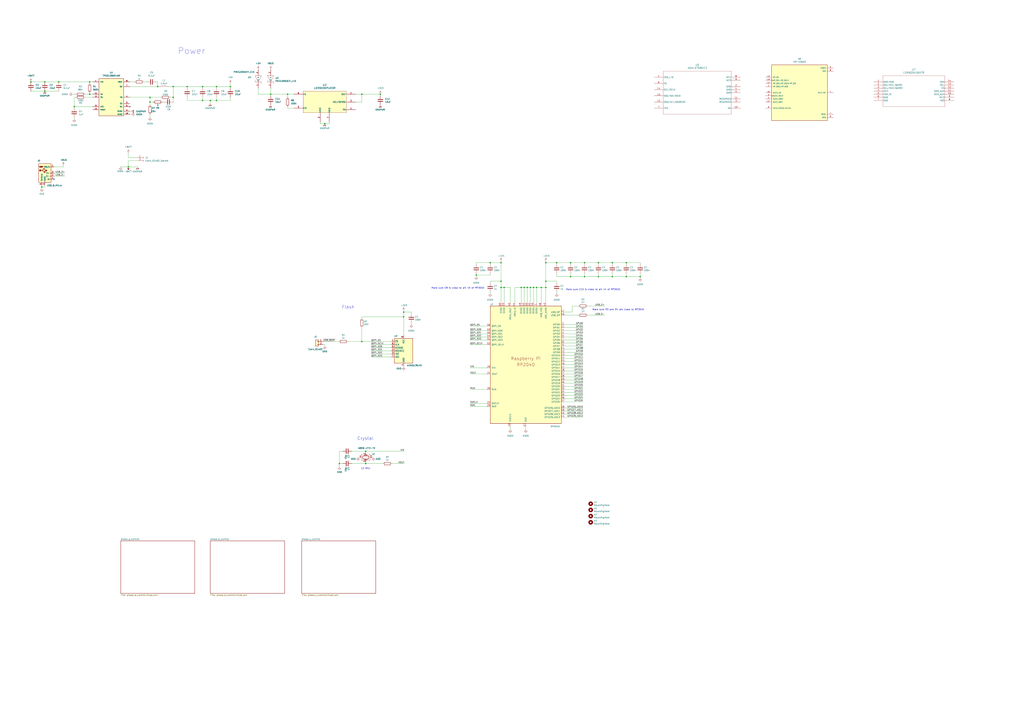
<source format=kicad_sch>
(kicad_sch (version 20231120) (generator "eeschema") (generator_version "8.0")
  (paper "A1")
  (title_block (title "Active Drag System") (company "Rocketry at Virginia Tech"))
  (junction (at 435.61 236.22))
  (junction (at 433.07 236.22))
  (junction (at 331.47 260.35))
  (junction (at 411.48 231.14))
  (junction (at 448.31 231.14))
  (junction (at 402.59 215.9))
  (junction (at 266.7 101.6))
  (junction (at 278.765 381))
  (junction (at 177.8 82.55))
  (junction (at 457.2 215.9))
  (junction (at 480.06 227.33))
  (junction (at 491.49 215.9))
  (junction (at 300.355 370.84))
  (junction (at 480.06 215.9))
  (junction (at 411.48 236.22))
  (junction (at 142.24 71.12))
  (junction (at 414.02 236.22))
  (junction (at 438.15 236.22))
  (junction (at 391.16 226.06))
  (junction (at 123.19 80.01))
  (junction (at 514.35 215.9))
  (junction (at 172.72 82.55))
  (junction (at 525.78 227.33))
  (junction (at 123.19 83.82))
  (junction (at 300.355 381))
  (junction (at 36.83 67.31))
  (junction (at 491.49 227.33))
  (junction (at 129.54 71.12))
  (junction (at 36.83 74.93))
  (junction (at 153.67 71.12))
  (junction (at 166.37 82.55))
  (junction (at 331.47 256.54))
  (junction (at 48.26 67.31))
  (junction (at 236.22 77.47))
  (junction (at 25.4 67.31))
  (junction (at 73.66 67.31))
  (junction (at 34.29 153.67))
  (junction (at 189.23 71.12))
  (junction (at 411.48 215.9))
  (junction (at 222.25 77.47))
  (junction (at 468.63 227.33))
  (junction (at 502.92 227.33))
  (junction (at 73.66 77.47))
  (junction (at 142.24 80.01))
  (junction (at 297.18 77.47))
  (junction (at 166.37 71.12))
  (junction (at 177.8 71.12))
  (junction (at 440.69 236.22))
  (junction (at 448.31 236.22))
  (junction (at 297.18 280.67))
  (junction (at 312.42 77.47))
  (junction (at 60.96 87.63))
  (junction (at 430.53 236.22))
  (junction (at 448.31 215.9))
  (junction (at 427.99 236.22))
  (junction (at 105.41 137.16))
  (junction (at 502.92 215.9))
  (junction (at 514.35 227.33))
  (junction (at 444.5 236.22))
  (junction (at 468.63 215.9))
  (no_connect (at 44.45 147.32))
  (wire (pts (xy 129.54 71.12) (xy 129.54 67.31)))
  (wire (pts (xy 411.48 236.22) (xy 411.48 248.92)))
  (wire (pts (xy 463.55 292.1) (xy 478.79 292.1)))
  (wire (pts (xy 123.19 93.98) (xy 123.19 96.52)))
  (wire (pts (xy 391.16 226.06) (xy 402.59 226.06)))
  (wire (pts (xy 469.9 251.46) (xy 469.9 256.54)))
  (wire (pts (xy 236.22 77.47) (xy 222.25 77.47)))
  (wire (pts (xy 480.06 215.9) (xy 491.49 215.9)))
  (wire (pts (xy 177.8 72.39) (xy 177.8 71.12)))
  (wire (pts (xy 440.69 236.22) (xy 444.5 236.22)))
  (wire (pts (xy 321.31 293.37) (xy 304.8 293.37)))
  (wire (pts (xy 138.43 71.12) (xy 142.24 71.12)))
  (wire (pts (xy 480.06 217.17) (xy 480.06 215.9)))
  (wire (pts (xy 411.48 214.63) (xy 411.48 215.9)))
  (wire (pts (xy 463.55 304.8) (xy 478.79 304.8)))
  (wire (pts (xy 73.66 77.47) (xy 76.2 77.47)))
  (wire (pts (xy 59.69 77.47) (xy 62.23 77.47)))
  (wire (pts (xy 123.19 80.01) (xy 123.19 83.82)))
  (wire (pts (xy 125.73 83.82) (xy 123.19 83.82)))
  (wire (pts (xy 48.26 67.31) (xy 73.66 67.31)))
  (wire (pts (xy 189.23 80.01) (xy 189.23 82.55)))
  (wire (pts (xy 331.47 256.54) (xy 331.47 260.35)))
  (wire (pts (xy 153.67 72.39) (xy 153.67 71.12)))
  (wire (pts (xy 99.06 137.16) (xy 105.41 137.16)))
  (wire (pts (xy 463.55 330.2) (xy 478.79 330.2)))
  (wire (pts (xy 297.18 77.47) (xy 297.18 83.82)))
  (wire (pts (xy 427.99 236.22) (xy 430.53 236.22)))
  (wire (pts (xy 463.55 325.12) (xy 478.79 325.12)))
  (wire (pts (xy 52.07 135.89) (xy 52.07 137.16)))
  (wire (pts (xy 463.55 259.08) (xy 474.98 259.08)))
  (wire (pts (xy 262.89 100.33) (xy 262.89 101.6)))
  (wire (pts (xy 463.55 266.7) (xy 478.79 266.7)))
  (wire (pts (xy 105.41 125.73) (xy 105.41 129.54)))
  (wire (pts (xy 304.8 283.21) (xy 321.31 283.21)))
  (wire (pts (xy 331.47 255.27) (xy 331.47 256.54)))
  (wire (pts (xy 482.6 251.46) (xy 496.57 251.46)))
  (wire (pts (xy 419.1 248.92) (xy 419.1 236.22)))
  (wire (pts (xy 105.41 137.16) (xy 113.03 137.16)))
  (wire (pts (xy 480.06 224.79) (xy 480.06 227.33)))
  (wire (pts (xy 463.55 271.78) (xy 478.79 271.78)))
  (wire (pts (xy 411.48 231.14) (xy 411.48 236.22)))
  (wire (pts (xy 294.005 375.92) (xy 295.275 375.92)))
  (wire (pts (xy 142.24 71.12) (xy 153.67 71.12)))
  (wire (pts (xy 422.91 236.22) (xy 427.99 236.22)))
  (wire (pts (xy 391.16 215.9) (xy 402.59 215.9)))
  (wire (pts (xy 106.68 71.12) (xy 129.54 71.12)))
  (wire (pts (xy 463.55 340.36) (xy 478.79 340.36)))
  (wire (pts (xy 297.18 269.24) (xy 297.18 280.67)))
  (wire (pts (xy 391.16 224.79) (xy 391.16 226.06)))
  (wire (pts (xy 189.23 82.55) (xy 177.8 82.55)))
  (wire (pts (xy 106.68 67.31) (xy 110.49 67.31)))
  (wire (pts (xy 305.435 375.92) (xy 306.705 375.92)))
  (wire (pts (xy 142.24 71.12) (xy 142.24 80.01)))
  (wire (pts (xy 386.08 279.4) (xy 400.05 279.4)))
  (wire (pts (xy 288.925 370.84) (xy 300.355 370.84)))
  (wire (pts (xy 270.51 101.6) (xy 270.51 100.33)))
  (wire (pts (xy 292.1 83.82) (xy 297.18 83.82)))
  (wire (pts (xy 448.31 236.22) (xy 448.31 248.92)))
  (wire (pts (xy 402.59 215.9) (xy 411.48 215.9)))
  (wire (pts (xy 278.13 280.67) (xy 265.43 280.67)))
  (wire (pts (xy 448.31 231.14) (xy 457.2 231.14)))
  (wire (pts (xy 177.8 71.12) (xy 166.37 71.12)))
  (wire (pts (xy 331.47 301.625) (xy 331.47 300.99)))
  (wire (pts (xy 433.07 248.92) (xy 433.07 236.22)))
  (wire (pts (xy 73.66 67.31) (xy 76.2 67.31)))
  (wire (pts (xy 44.45 142.24) (xy 53.34 142.24)))
  (wire (pts (xy 411.48 215.9) (xy 411.48 231.14)))
  (wire (pts (xy 133.35 83.82) (xy 134.62 83.82)))
  (wire (pts (xy 444.5 236.22) (xy 448.31 236.22)))
  (wire (pts (xy 386.08 274.32) (xy 400.05 274.32)))
  (wire (pts (xy 400.05 320.04) (xy 386.08 320.04)))
  (wire (pts (xy 502.92 217.17) (xy 502.92 215.9)))
  (wire (pts (xy 222.25 77.47) (xy 222.25 78.74)))
  (wire (pts (xy 106.68 93.98) (xy 107.95 93.98)))
  (wire (pts (xy 430.53 236.22) (xy 433.07 236.22)))
  (wire (pts (xy 321.31 288.29) (xy 304.8 288.29)))
  (wire (pts (xy 457.2 217.17) (xy 457.2 215.9)))
  (wire (pts (xy 448.31 215.9) (xy 457.2 215.9)))
  (wire (pts (xy 337.82 256.54) (xy 331.47 256.54)))
  (wire (pts (xy 440.69 236.22) (xy 440.69 248.92)))
  (wire (pts (xy 430.53 248.92) (xy 430.53 236.22)))
  (wire (pts (xy 36.83 152.4) (xy 36.83 153.67)))
  (wire (pts (xy 300.355 379.73) (xy 300.355 381)))
  (wire (pts (xy 278.765 381) (xy 278.765 383.54)))
  (wire (pts (xy 73.66 76.2) (xy 73.66 77.47)))
  (wire (pts (xy 463.55 256.54) (xy 469.9 256.54)))
  (wire (pts (xy 25.4 67.31) (xy 36.83 67.31)))
  (wire (pts (xy 241.3 77.47) (xy 236.22 77.47)))
  (wire (pts (xy 172.72 82.55) (xy 172.72 85.09)))
  (wire (pts (xy 448.31 215.9) (xy 448.31 231.14)))
  (wire (pts (xy 400.05 307.34) (xy 386.08 307.34)))
  (wire (pts (xy 400.05 267.97) (xy 386.08 267.97)))
  (wire (pts (xy 502.92 215.9) (xy 514.35 215.9)))
  (wire (pts (xy 525.78 224.79) (xy 525.78 227.33)))
  (wire (pts (xy 321.945 381) (xy 332.105 381)))
  (wire (pts (xy 113.03 132.08) (xy 105.41 132.08)))
  (wire (pts (xy 463.55 302.26) (xy 478.79 302.26)))
  (wire (pts (xy 463.55 281.94) (xy 478.79 281.94)))
  (wire (pts (xy 402.59 226.06) (xy 402.59 224.79)))
  (wire (pts (xy 129.54 71.12) (xy 130.81 71.12)))
  (wire (pts (xy 468.63 217.17) (xy 468.63 215.9)))
  (wire (pts (xy 468.63 227.33) (xy 457.2 227.33)))
  (wire (pts (xy 463.55 335.28) (xy 478.79 335.28)))
  (wire (pts (xy 166.37 82.55) (xy 166.37 80.01)))
  (wire (pts (xy 448.31 231.14) (xy 448.31 236.22)))
  (wire (pts (xy 448.31 214.63) (xy 448.31 215.9)))
  (wire (pts (xy 312.42 77.47) (xy 312.42 78.74)))
  (wire (pts (xy 463.55 284.48) (xy 478.79 284.48)))
  (wire (pts (xy 402.59 232.41) (xy 402.59 231.14)))
  (wire (pts (xy 321.31 290.83) (xy 304.8 290.83)))
  (wire (pts (xy 265.43 283.21) (xy 266.7 283.21)))
  (wire (pts (xy 468.63 215.9) (xy 480.06 215.9)))
  (wire (pts (xy 285.75 280.67) (xy 297.18 280.67)))
  (wire (pts (xy 34.29 152.4) (xy 34.29 153.67)))
  (wire (pts (xy 463.55 342.9) (xy 478.79 342.9)))
  (wire (pts (xy 468.63 224.79) (xy 468.63 227.33)))
  (wire (pts (xy 414.02 248.92) (xy 414.02 236.22)))
  (wire (pts (xy 514.35 227.33) (xy 525.78 227.33)))
  (wire (pts (xy 189.23 72.39) (xy 189.23 71.12)))
  (wire (pts (xy 36.83 153.67) (xy 34.29 153.67)))
  (wire (pts (xy 113.03 129.54) (xy 105.41 129.54)))
  (wire (pts (xy 502.92 224.79) (xy 502.92 227.33)))
  (wire (pts (xy 153.67 82.55) (xy 166.37 82.55)))
  (wire (pts (xy 123.19 83.82) (xy 123.19 86.36)))
  (wire (pts (xy 457.2 215.9) (xy 468.63 215.9)))
  (wire (pts (xy 212.09 72.39) (xy 212.09 77.47)))
  (wire (pts (xy 457.2 240.03) (xy 457.2 241.3)))
  (wire (pts (xy 297.18 77.47) (xy 312.42 77.47)))
  (wire (pts (xy 463.55 287.02) (xy 478.79 287.02)))
  (wire (pts (xy 292.1 77.47) (xy 297.18 77.47)))
  (wire (pts (xy 438.15 248.92) (xy 438.15 236.22)))
  (wire (pts (xy 106.68 91.44) (xy 107.95 91.44)))
  (wire (pts (xy 288.925 381) (xy 300.355 381)))
  (wire (pts (xy 281.305 381) (xy 278.765 381)))
  (wire (pts (xy 73.66 67.31) (xy 73.66 68.58)))
  (wire (pts (xy 36.83 74.93) (xy 48.26 74.93)))
  (wire (pts (xy 300.355 381) (xy 314.325 381)))
  (wire (pts (xy 177.8 80.01) (xy 177.8 82.55)))
  (wire (pts (xy 463.55 274.32) (xy 478.79 274.32)))
  (wire (pts (xy 153.67 80.01) (xy 153.67 82.55)))
  (wire (pts (xy 60.96 96.52) (xy 60.96 97.79)))
  (wire (pts (xy 525.78 217.17) (xy 525.78 215.9)))
  (wire (pts (xy 400.05 334.01) (xy 386.08 334.01)))
  (wire (pts (xy 433.07 236.22) (xy 435.61 236.22)))
  (wire (pts (xy 525.78 227.33) (xy 525.78 228.6)))
  (wire (pts (xy 60.96 80.01) (xy 60.96 87.63)))
  (wire (pts (xy 463.55 312.42) (xy 478.79 312.42)))
  (wire (pts (xy 400.05 283.21) (xy 386.08 283.21)))
  (wire (pts (xy 431.8 350.52) (xy 431.8 353.06)))
  (wire (pts (xy 62.23 80.01) (xy 60.96 80.01)))
  (wire (pts (xy 153.67 71.12) (xy 166.37 71.12)))
  (wire (pts (xy 402.59 231.14) (xy 411.48 231.14)))
  (wire (pts (xy 463.55 309.88) (xy 478.79 309.88)))
  (wire (pts (xy 321.31 285.75) (xy 304.8 285.75)))
  (wire (pts (xy 480.06 227.33) (xy 468.63 227.33)))
  (wire (pts (xy 69.85 80.01) (xy 76.2 80.01)))
  (wire (pts (xy 177.8 82.55) (xy 172.72 82.55)))
  (wire (pts (xy 457.2 224.79) (xy 457.2 227.33)))
  (wire (pts (xy 419.1 350.52) (xy 419.1 353.06)))
  (wire (pts (xy 236.22 87.63) (xy 236.22 88.9)))
  (wire (pts (xy 463.55 314.96) (xy 478.79 314.96)))
  (wire (pts (xy 281.305 370.84) (xy 278.765 370.84)))
  (wire (pts (xy 463.55 294.64) (xy 478.79 294.64)))
  (wire (pts (xy 463.55 320.04) (xy 478.79 320.04)))
  (wire (pts (xy 414.02 236.22) (xy 411.48 236.22)))
  (wire (pts (xy 266.7 101.6) (xy 270.51 101.6)))
  (wire (pts (xy 60.96 87.63) (xy 60.96 88.9)))
  (wire (pts (xy 482.6 259.08) (xy 496.57 259.08)))
  (wire (pts (xy 463.55 299.72) (xy 478.79 299.72)))
  (wire (pts (xy 514.35 227.33) (xy 502.92 227.33)))
  (wire (pts (xy 278.765 370.84) (xy 278.765 381)))
  (wire (pts (xy 222.25 72.39) (xy 222.25 77.47)))
  (wire (pts (xy 300.355 372.11) (xy 300.355 370.84)))
  (wire (pts (xy 386.08 271.78) (xy 400.05 271.78)))
  (wire (pts (xy 105.41 132.08) (xy 105.41 137.16)))
  (wire (pts (xy 189.23 68.58) (xy 189.23 71.12)))
  (wire (pts (xy 435.61 236.22) (xy 438.15 236.22)))
  (wire (pts (xy 463.55 289.56) (xy 478.79 289.56)))
  (wire (pts (xy 212.09 77.47) (xy 222.25 77.47)))
  (wire (pts (xy 463.55 307.34) (xy 478.79 307.34)))
  (wire (pts (xy 69.85 77.47) (xy 73.66 77.47)))
  (wire (pts (xy 391.16 217.17) (xy 391.16 215.9)))
  (wire (pts (xy 469.9 251.46) (xy 474.98 251.46)))
  (wire (pts (xy 337.82 265.43) (xy 337.82 266.7)))
  (wire (pts (xy 391.16 226.06) (xy 391.16 227.33)))
  (wire (pts (xy 514.35 224.79) (xy 514.35 227.33)))
  (wire (pts (xy 386.08 302.26) (xy 400.05 302.26)))
  (wire (pts (xy 463.55 297.18) (xy 478.79 297.18)))
  (wire (pts (xy 491.49 215.9) (xy 502.92 215.9)))
  (wire (pts (xy 172.72 82.55) (xy 166.37 82.55)))
  (wire (pts (xy 457.2 232.41) (xy 457.2 231.14)))
  (wire (pts (xy 25.4 74.93) (xy 36.83 74.93)))
  (wire (pts (xy 386.08 276.86) (xy 400.05 276.86)))
  (wire (pts (xy 36.83 67.31) (xy 48.26 67.31)))
  (wire (pts (xy 463.55 279.4) (xy 478.79 279.4)))
  (wire (pts (xy 463.55 322.58) (xy 478.79 322.58)))
  (wire (pts (xy 463.55 269.24) (xy 478.79 269.24)))
  (wire (pts (xy 491.49 227.33) (xy 480.06 227.33)))
  (wire (pts (xy 139.7 80.01) (xy 142.24 80.01)))
  (wire (pts (xy 177.8 71.12) (xy 189.23 71.12)))
  (wire (pts (xy 337.82 257.81) (xy 337.82 256.54)))
  (wire (pts (xy 236.22 77.47) (xy 236.22 80.01)))
  (wire (pts (xy 502.92 227.33) (xy 491.49 227.33)))
  (wire (pts (xy 123.19 80.01) (xy 132.08 80.01)))
  (wire (pts (xy 438.15 236.22) (xy 440.69 236.22)))
  (wire (pts (xy 297.18 280.67) (xy 321.31 280.67)))
  (wire (pts (xy 129.54 67.31) (xy 128.27 67.31)))
  (wire (pts (xy 427.99 248.92) (xy 427.99 236.22)))
  (wire (pts (xy 44.45 137.16) (xy 52.07 137.16)))
  (wire (pts (xy 142.24 80.01) (xy 142.24 83.82)))
  (wire (pts (xy 118.11 67.31) (xy 120.65 67.31)))
  (wire (pts (xy 435.61 248.92) (xy 435.61 236.22)))
  (wire (pts (xy 402.59 217.17) (xy 402.59 215.9)))
  (wire (pts (xy 419.1 236.22) (xy 414.02 236.22)))
  (wire (pts (xy 106.68 80.01) (xy 123.19 80.01)))
  (wire (pts (xy 514.35 215.9) (xy 525.78 215.9)))
  (wire (pts (xy 262.89 101.6) (xy 266.7 101.6)))
  (wire (pts (xy 514.35 217.17) (xy 514.35 215.9)))
  (wire (pts (xy 491.49 224.79) (xy 491.49 227.33)))
  (wire (pts (xy 463.55 317.5) (xy 478.79 317.5)))
  (wire (pts (xy 463.55 327.66) (xy 478.79 327.66)))
  (wire (pts (xy 444.5 248.92) (xy 444.5 236.22)))
  (wire (pts (xy 491.49 217.17) (xy 491.49 215.9)))
  (wire (pts (xy 400.05 331.47) (xy 386.08 331.47)))
  (wire (pts (xy 166.37 71.12) (xy 166.37 72.39)))
  (wire (pts (xy 422.91 248.92) (xy 422.91 236.22)))
  (wire (pts (xy 402.59 240.03) (xy 402.59 241.3)))
  (wire (pts (xy 241.3 88.9) (xy 236.22 88.9)))
  (wire (pts (xy 34.29 153.67) (xy 34.29 154.94)))
  (wire (pts (xy 297.18 261.62) (xy 297.18 260.35)))
  (wire (pts (xy 60.96 87.63) (xy 76.2 87.63)))
  (wire (pts (xy 297.18 260.35) (xy 331.47 260.35)))
  (wire (pts (xy 463.55 337.82) (xy 478.79 337.82)))
  (wire (pts (xy 463.55 276.86) (xy 478.79 276.86)))
  (wire (pts (xy 44.45 144.78) (xy 53.34 144.78)))
  (wire (pts (xy 266.7 283.21) (xy 266.7 284.48)))
  (wire (pts (xy 331.47 260.35) (xy 331.47 275.59)))
  (wire (pts (xy 300.355 370.84) (xy 332.105 370.84)))
  (text "Power" (at 146.05 44.958 0) (effects (font (size 5.08 5.08)) (justify left bottom)))
  (text "Crystal" (at 293.37 361.95 0) (effects (font (size 2.54 2.54)) (justify left bottom)))
  (text "Make sure C8 is close to pin 45 of RP2040" (at 354.33 237.49 0) (effects (font (size 1.27 1.27)) (justify left bottom)))
  (text "Make sure C10 is close to pin 44 of RP2040" (at 464.82 238.76 0) (effects (font (size 1.27 1.27)) (justify left bottom)))
  (text "Make sure R3 and R4 are close to RP2040" (at 486.41 255.27 0) (effects (font (size 1.27 1.27)) (justify left bottom)))
  (text "12 MHz" (at 300.228 385.064 0) (effects (font (size 1.27 1.27))))
  (text "Flash" (at 280.67 254 0) (effects (font (size 2.54 2.54)) (justify left bottom)))
  (label "XOUT" (at 332.105 381 180))
  (label "USB_D-" (at 53.34 144.78 180))
  (label "QSPI_SS" (at 304.8 280.67 0))
  (label "QSPI_SD3" (at 304.8 293.37 0))
  (label "QSPI_SD2" (at 386.08 276.86 0))
  (label "USB_D-" (at 496.57 259.08 180))
  (label "GPIO4" (at 478.79 276.86 180))
  (label "RUN" (at 386.08 320.04 0))
  (label "XOUT" (at 386.08 307.34 0))
  (label "GPIO29_ADC3" (at 478.79 342.9 180))
  (label "QSPI_SD1" (at 386.08 274.32 0))
  (label "GPIO13" (at 478.79 299.72 180))
  (label "GPIO6" (at 478.79 281.94 180))
  (label "USB_D+" (at 496.57 251.46 180))
  (label "SWD" (at 386.08 334.01 0))
  (label "GPIO20" (at 478.79 317.5 180))
  (label "QSPI_SD1" (at 304.8 288.29 0))
  (label "QSPI_SD3" (at 386.08 279.4 0))
  (label "GPIO18" (at 478.79 312.42 180))
  (label "GPIO25" (at 478.79 330.2 180))
  (label "GPIO0" (at 478.79 266.7 180))
  (label "GPIO21" (at 478.79 320.04 180))
  (label "GPIO11" (at 478.79 294.64 180))
  (label "GPIO27_ADC1" (at 478.79 337.82 180))
  (label "GPIO1" (at 478.79 269.24 180))
  (label "XIN" (at 332.105 370.84 180))
  (label "USB_D+" (at 53.34 142.24 180))
  (label "GPIO14" (at 478.79 302.26 180))
  (label "GPIO3" (at 478.79 274.32 180))
  (label "GPIO10" (at 478.79 292.1 180))
  (label "GPIO23" (at 478.79 325.12 180))
  (label "SWCLK" (at 386.08 331.47 0))
  (label "QSPI_SCLK" (at 386.08 283.21 0))
  (label "QSPI_SD0" (at 386.08 271.78 0))
  (label "GPIO17" (at 478.79 309.88 180))
  (label "GPIO2" (at 478.79 271.78 180))
  (label "GPIO9" (at 478.79 289.56 180))
  (label "GPIO15" (at 478.79 304.8 180))
  (label "GPIO12" (at 478.79 297.18 180))
  (label "GPIO24" (at 478.79 327.66 180))
  (label "GPIO5" (at 478.79 279.4 180))
  (label "GPIO22" (at 478.79 322.58 180))
  (label "GPIO19" (at 478.79 314.96 180))
  (label "QSPI_SS" (at 386.08 267.97 0))
  (label "QSPI_SD2" (at 304.8 290.83 0))
  (label "QSPI_SD0" (at 304.8 285.75 0))
  (label "QSPI_SCLK" (at 304.8 283.21 0))
  (label "~{USB_BOOT}" (at 265.43 280.67 0))
  (label "GPIO26_ADC0" (at 478.79 335.28 180))
  (label "GPIO28_ADC2" (at 478.79 340.36 180))
  (label "GPIO16" (at 478.79 307.34 180))
  (label "GPIO8" (at 478.79 287.02 180))
  (label "XIN" (at 386.08 302.26 0))
  (label "GPIO7" (at 478.79 284.48 180))
  (symbol (lib_id "MCU_RaspberryPi_RP2040:RP2040") (at 431.8 299.72 0) (unit 1)
    (property "Reference" "U?" (at 403.86 250.19 0))
    (property "Value" "RP2040" (at 455.93 350.52 0))
    (property "Footprint" "RP2040_minimal:RP2040-QFN-56" (effects (hide yes)))
  )
  (symbol (lib_id "Memory_Flash:W25Q128JVS") (at 331.47 288.29 0) (unit 1)
    (property "Reference" "U?" (at 325.12 276.225 0))
    (property "Value" "W25Q128JVS" (at 340.36 300.355 0))
    (property "Footprint" "Package_SO:SOIC-8_5.23x5.23mm_P1.27mm" (effects (hide yes)))
    (property "Datasheet" "http://www.winbond.com/resource-files/w25q128jv_dtr%20revc%2003272018%20plus.pdf" (effects (hide yes)))
    (property "Description" "128Mb Serial Flash Memory, Standard/Dual/Quad SPI, SOIC-8" (effects (hide yes)))
  )
  (symbol (lib_id "power:+3V3") (at 331.47 255.27 0) (unit 1)
    (property "Reference" "#PWR?" (effects (hide yes)))
    (property "Value" "+3V3" (at 331.851 250.8758 0))
    (property "Description" "Power symbol creates a global label with name \"+3V3\"" (effects (hide yes)))
  )
  (symbol (lib_id "power:GND") (at 331.47 301.625 0) (unit 1)
    (property "Reference" "#PWR?" (effects (hide yes)))
    (property "Value" "GND" (at 327.66 302.895 0))
    (property "Description" "Power symbol creates a global label with name \"GND\" , ground" (effects (hide yes)))
  )
  (symbol (lib_id "Device:R") (at 297.18 265.43 0) (unit 1)
    (property "Reference" "R?" (at 298.958 264.2616 0) (effects (justify left)))
    (property "Value" "DNF" (at 298.958 266.573 0) (effects (justify left)))
    (property "Footprint" "Resistor_SMD:R_0402_1005Metric" (effects (hide yes)))
    (property "Description" "Resistor" (effects (hide yes)))
  )
  (symbol (lib_id "Device:R") (at 281.94 280.67 270) (unit 1)
    (property "Reference" "R?" (at 281.94 275.4122 90))
    (property "Value" "1k" (at 281.94 277.7236 90))
    (property "Footprint" "Resistor_SMD:R_0402_1005Metric" (effects (hide yes)))
    (property "Description" "Resistor" (effects (hide yes)))
  )
  (symbol (lib_id "Device:C") (at 337.82 261.62 0) (unit 1)
    (property "Reference" "C?" (at 340.741 260.4516 0) (effects (justify left)))
    (property "Value" "100n" (at 340.741 262.763 0) (effects (justify left)))
    (property "Footprint" "Capacitor_SMD:C_0402_1005Metric" (effects (hide yes)))
    (property "Description" "Unpolarized capacitor" (effects (hide yes)))
  )
  (symbol (lib_id "Connector:USB_B_Micro") (at 36.83 142.24 0) (unit 1)
    (property "Reference" "J0" (at 33.02 132.08 0) (effects (justify right)))
    (property "Value" "USB_B_Micro" (at 50.8 152.4 0) (effects (justify right)))
    (property "Footprint" "RP2040_minimal:USB_Micro-B_Amphenol_10103594-0001LF_Horizontal_modified" (effects (hide yes)))
    (property "Description" "USB Micro Type B connector" (effects (hide yes)))
  )
  (symbol (lib_id "Device:R") (at 478.79 251.46 270) (unit 1)
    (property "Reference" "R?" (at 478.79 246.2022 90))
    (property "Value" "27" (at 478.79 248.5136 90))
    (property "Footprint" "Resistor_SMD:R_0402_1005Metric" (effects (hide yes)))
    (property "Description" "Resistor" (effects (hide yes)))
  )
  (symbol (lib_id "Device:R") (at 478.79 259.08 270) (unit 1)
    (property "Reference" "R?" (at 478.79 253.8222 90))
    (property "Value" "27" (at 478.79 256.1336 90))
    (property "Footprint" "Resistor_SMD:R_0402_1005Metric" (effects (hide yes)))
    (property "Description" "Resistor" (effects (hide yes)))
  )
  (symbol (lib_id "power:GND") (at 34.29 154.94 0) (unit 1)
    (property "Reference" "#PWR?" (effects (hide yes)))
    (property "Value" "GND" (at 34.417 159.3342 0))
    (property "Description" "Power symbol creates a global label with name \"GND\" , ground" (effects (hide yes)))
  )
  (symbol (lib_id "power:+3V3") (at 448.31 214.63 0) (unit 1)
    (property "Reference" "#PWR?" (effects (hide yes)))
    (property "Value" "+3V3" (at 448.691 210.2358 0))
    (property "Description" "Power symbol creates a global label with name \"+3V3\"" (effects (hide yes)))
  )
  (symbol (lib_id "power:+1V1") (at 411.48 214.63 0) (unit 1)
    (property "Reference" "#PWR?" (effects (hide yes)))
    (property "Value" "+1V1" (at 411.861 210.2358 0))
    (property "Description" "Power symbol creates a global label with name \"+1V1\"" (effects (hide yes)))
  )
  (symbol (lib_id "Device:C") (at 457.2 220.98 0) (unit 1)
    (property "Reference" "C?" (at 460.121 219.8116 0) (effects (justify left)))
    (property "Value" "100n" (at 460.121 222.123 0) (effects (justify left)))
    (property "Footprint" "Capacitor_SMD:C_0402_1005Metric" (effects (hide yes)))
    (property "Description" "Unpolarized capacitor" (effects (hide yes)))
  )
  (symbol (lib_id "Device:C") (at 468.63 220.98 0) (unit 1)
    (property "Reference" "C?" (at 471.551 219.8116 0) (effects (justify left)))
    (property "Value" "100n" (at 471.551 222.123 0) (effects (justify left)))
    (property "Footprint" "Capacitor_SMD:C_0402_1005Metric" (effects (hide yes)))
    (property "Description" "Unpolarized capacitor" (effects (hide yes)))
  )
  (symbol (lib_id "Device:C") (at 480.06 220.98 0) (unit 1)
    (property "Reference" "C?" (at 482.981 219.8116 0) (effects (justify left)))
    (property "Value" "100n" (at 482.981 222.123 0) (effects (justify left)))
    (property "Footprint" "Capacitor_SMD:C_0402_1005Metric" (effects (hide yes)))
    (property "Description" "Unpolarized capacitor" (effects (hide yes)))
  )
  (symbol (lib_id "Device:C") (at 491.49 220.98 0) (unit 1)
    (property "Reference" "C?" (at 494.411 219.8116 0) (effects (justify left)))
    (property "Value" "100n" (at 494.411 222.123 0) (effects (justify left)))
    (property "Footprint" "Capacitor_SMD:C_0402_1005Metric" (effects (hide yes)))
    (property "Description" "Unpolarized capacitor" (effects (hide yes)))
  )
  (symbol (lib_id "Device:C") (at 502.92 220.98 0) (unit 1)
    (property "Reference" "C?" (at 505.841 219.8116 0) (effects (justify left)))
    (property "Value" "100n" (at 505.841 222.123 0) (effects (justify left)))
    (property "Footprint" "Capacitor_SMD:C_0402_1005Metric" (effects (hide yes)))
    (property "Description" "Unpolarized capacitor" (effects (hide yes)))
  )
  (symbol (lib_id "Device:C") (at 514.35 220.98 0) (unit 1)
    (property "Reference" "C?" (at 517.271 219.8116 0) (effects (justify left)))
    (property "Value" "100n" (at 517.271 222.123 0) (effects (justify left)))
    (property "Footprint" "Capacitor_SMD:C_0402_1005Metric" (effects (hide yes)))
    (property "Description" "Unpolarized capacitor" (effects (hide yes)))
  )
  (symbol (lib_id "Device:C") (at 525.78 220.98 0) (unit 1)
    (property "Reference" "C?" (at 528.701 219.8116 0) (effects (justify left)))
    (property "Value" "100n" (at 528.701 222.123 0) (effects (justify left)))
    (property "Footprint" "Capacitor_SMD:C_0402_1005Metric" (effects (hide yes)))
    (property "Description" "Unpolarized capacitor" (effects (hide yes)))
  )
  (symbol (lib_id "Device:C") (at 391.16 220.98 0) (unit 1)
    (property "Reference" "C?" (at 394.081 219.8116 0) (effects (justify left)))
    (property "Value" "100n" (at 394.081 222.123 0) (effects (justify left)))
    (property "Footprint" "Capacitor_SMD:C_0402_1005Metric" (effects (hide yes)))
    (property "Description" "Unpolarized capacitor" (effects (hide yes)))
  )
  (symbol (lib_id "Device:C") (at 402.59 220.98 0) (unit 1)
    (property "Reference" "C?" (at 405.511 219.8116 0) (effects (justify left)))
    (property "Value" "100n" (at 405.511 222.123 0) (effects (justify left)))
    (property "Footprint" "Capacitor_SMD:C_0402_1005Metric" (effects (hide yes)))
    (property "Description" "Unpolarized capacitor" (effects (hide yes)))
  )
  (symbol (lib_id "Device:C") (at 402.59 236.22 0) (unit 1)
    (property "Reference" "C?" (at 405.511 235.0516 0) (effects (justify left)))
    (property "Value" "1u" (at 405.511 237.363 0) (effects (justify left)))
    (property "Footprint" "Capacitor_SMD:C_0402_1005Metric" (effects (hide yes)))
    (property "Description" "Unpolarized capacitor" (effects (hide yes)))
  )
  (symbol (lib_id "Device:C") (at 457.2 236.22 0) (unit 1)
    (property "Reference" "C?" (at 460.121 235.0516 0) (effects (justify left)))
    (property "Value" "1u" (at 460.121 237.363 0) (effects (justify left)))
    (property "Footprint" "Capacitor_SMD:C_0402_1005Metric" (effects (hide yes)))
    (property "Description" "Unpolarized capacitor" (effects (hide yes)))
  )
  (symbol (lib_id "Mechanical:MountingHole") (at 485.14 414.02 0) (unit 1)
    (property "Reference" "H?" (at 487.68 412.8516 0) (effects (justify left)))
    (property "Value" "MountingHole" (at 487.68 415.163 0) (effects (justify left)))
    (property "Footprint" "MountingHole:MountingHole_2.7mm_M2.5" (effects (hide yes)))
    (property "Description" "Mounting Hole without connection" (effects (hide yes)))
  )
  (symbol (lib_id "Mechanical:MountingHole") (at 485.14 419.1 0) (unit 1)
    (property "Reference" "H?" (at 487.68 417.9316 0) (effects (justify left)))
    (property "Value" "MountingHole" (at 487.68 420.243 0) (effects (justify left)))
    (property "Footprint" "MountingHole:MountingHole_2.7mm_M2.5" (effects (hide yes)))
    (property "Description" "Mounting Hole without connection" (effects (hide yes)))
  )
  (symbol (lib_id "Mechanical:MountingHole") (at 485.14 424.18 0) (unit 1)
    (property "Reference" "H?" (at 487.68 423.0116 0) (effects (justify left)))
    (property "Value" "MountingHole" (at 487.68 425.323 0) (effects (justify left)))
    (property "Footprint" "MountingHole:MountingHole_2.7mm_M2.5" (effects (hide yes)))
    (property "Description" "Mounting Hole without connection" (effects (hide yes)))
  )
  (symbol (lib_id "Mechanical:MountingHole") (at 485.14 429.26 0) (unit 1)
    (property "Reference" "H?" (at 487.68 428.0916 0) (effects (justify left)))
    (property "Value" "MountingHole" (at 487.68 430.403 0) (effects (justify left)))
    (property "Footprint" "MountingHole:MountingHole_2.7mm_M2.5" (effects (hide yes)))
    (property "Description" "Mounting Hole without connection" (effects (hide yes)))
  )
  (symbol (lib_id "power:VBUS") (at 52.07 135.89 0) (unit 1)
    (property "Reference" "#PWR?" (effects (hide yes)))
    (property "Value" "VBUS" (at 52.451 131.4958 0))
    (property "Description" "Power symbol creates a global label with name \"VBUS\"" (effects (hide yes)))
  )
  (symbol (lib_id "Connector_Generic:Conn_01x02") (at 260.35 280.67 0) (mirror y) (unit 1)
    (property "Reference" "J?" (at 259.08 276.86 0))
    (property "Value" "Conn_01x02" (at 259.08 287.02 0))
    (property "Footprint" "Connector_PinHeader_2.54mm:PinHeader_1x02_P2.54mm_Vertical" (effects (hide yes)))
    (property "Description" "Generic connector, single row, 01x02, script generated (kicad-library-utils/schlib/autogen/connector/)" (effects (hide yes)))
  )
  (symbol (lib_id "power:GND") (at 266.7 284.48 0) (unit 1)
    (property "Reference" "#PWR?" (effects (hide yes)))
    (property "Value" "GND" (at 266.827 288.8742 0))
    (property "Description" "Power symbol creates a global label with name \"GND\" , ground" (effects (hide yes)))
  )
  (symbol (lib_id "power:GNDA") (at 525.78 228.6 0) (unit 1)
    (property "Reference" "#PWR048" (effects (hide yes)))
    (property "Value" "GNDA" (at 525.78 233.68 0))
    (property "Description" "Power symbol creates a global label with name \"GNDA\" , analog ground" (effects (hide yes)))
  )
  (symbol (lib_id "Device:C") (at 25.4 71.12 0) (unit 1)
    (property "Reference" "C3" (at 29.21 69.8499 0) (effects (justify left)))
    (property "Value" "10uF" (at 29.21 72.3899 0) (effects (justify left)))
    (property "Description" "Unpolarized capacitor" (effects (hide yes)))
  )
  (symbol (lib_id "Device:R") (at 114.3 67.31 90) (unit 1)
    (property "Reference" "R4" (at 114.554 62.23 90))
    (property "Value" "0" (at 114.3 65.024 90))
    (property "Description" "Resistor" (effects (hide yes)))
  )
  (symbol (lib_id "power:+BATT") (at 105.41 125.73 0) (unit 1)
    (property "Reference" "#PWR050" (effects (hide yes)))
    (property "Value" "+BATT" (at 105.41 120.65 0))
    (property "Description" "Power symbol creates a global label with name \"+BATT\"" (effects (hide yes)))
  )
  (symbol (lib_id "power:GNDPWR") (at 312.42 86.36 0) (unit 1)
    (property "Reference" "#PWR014" (effects (hide yes)))
    (property "Value" "GNDPWR" (at 312.293 90.17 0))
    (property "Description" "Power symbol creates a global label with name \"GNDPWR\" , global ground" (effects (hide yes)))
  )
  (symbol (lib_id "Connector:Conn_01x02_Socket") (at 118.11 129.54 0) (unit 1)
    (property "Reference" "J1" (at 119.38 129.5399 0) (effects (justify left)))
    (property "Value" "Conn_01x02_Socket" (at 119.38 132.0799 0) (effects (justify left)))
    (property "Description" "Generic connector, single row, 01x02, script generated" (effects (hide yes)))
  )
  (symbol (lib_id "power:GNDA") (at 123.19 96.52 0) (unit 1)
    (property "Reference" "#PWR05" (effects (hide yes)))
    (property "Value" "GNDA" (at 123.19 101.6 0))
    (property "Description" "Power symbol creates a global label with name \"GNDA\" , analog ground" (effects (hide yes)))
  )
  (symbol (lib_id "PMEG3050EP_115:PMEG3050EP_115") (at 222.25 63.5 90) (unit 1)
    (property "Reference" "U3" (at 226.06 64.1349 90) (effects (justify right)))
    (property "Value" "PMEG3050EP_115" (at 226.06 66.6749 90) (effects (justify right)))
    (property "Footprint" "PMEG3050EP_115:SODFL4725X110N" (effects (hide yes)))
    (property "Manufacturer" "Nexperia USA" (effects (hide yes)))
    (property "Package" "SODFL4725X110N" (effects (hide yes)))
  )
  (symbol (lib_id "power:GNDA") (at 99.06 137.16 0) (unit 1)
    (property "Reference" "#PWR053" (effects (hide yes)))
    (property "Value" "GNDA" (at 98.806 140.716 0))
    (property "Description" "Power symbol creates a global label with name \"GNDA\" , analog ground" (effects (hide yes)))
  )
  (symbol (lib_id "Device:C") (at 177.8 76.2 0) (unit 1)
    (property "Reference" "C9" (at 181.61 74.9299 0) (effects (justify left)))
    (property "Value" "22uF" (at 181.61 77.4699 0) (effects (justify left)))
    (property "Description" "Unpolarized capacitor" (effects (hide yes)))
  )
  (symbol (lib_id "Device:Crystal_GND24") (at 300.355 375.92 270) (unit 1)
    (property "Reference" "Y?" (at 305.435 373.38 90) (effects (justify left)))
    (property "Value" "ABM8-272-T3" (at 294.005 368.3 90) (effects (justify left)))
    (property "Footprint" "Crystal:Crystal_SMD_3225-4Pin_3.2x2.5mm" (effects (hide yes)))
    (property "Description" "Four pin crystal, GND on pins 2 and 4" (effects (hide yes)))
  )
  (symbol (lib_id "power:GND") (at 306.705 375.92 0) (unit 1)
    (property "Reference" "#PWR?" (effects (hide yes)))
    (property "Value" "GND" (at 310.515 377.19 0))
    (property "Description" "Power symbol creates a global label with name \"GND\" , ground" (effects (hide yes)))
  )
  (symbol (lib_id "ADS_Library:IIM-42653") (at 656.59 76.2 0) (unit 1)
    (property "Reference" "U6" (at 656.59 48.26 0))
    (property "Value" "IIM-42653" (at 656.59 50.8 0))
    (property "Footprint" "IIM-42653:PQFN50P250X300X97-14N" (effects (hide yes)))
    (property "PARTREV" "1.1" (effects (hide yes)))
    (property "STANDARD" "IPC-7351B" (effects (hide yes)))
    (property "MAXIMUM_PACKAGE_HEIGHT" "0.97mm" (effects (hide yes)))
    (property "MANUFACTURER" "TDK InvenSense" (effects (hide yes)))
  )
  (symbol (lib_id "power:GNDPWR") (at 266.7 101.6 0) (unit 1)
    (property "Reference" "#PWR013" (effects (hide yes)))
    (property "Value" "GNDPWR" (at 266.573 105.41 0))
    (property "Description" "Power symbol creates a global label with name \"GNDPWR\" , global ground" (effects (hide yes)))
  )
  (symbol (lib_id "Device:C") (at 285.115 370.84 270) (unit 1)
    (property "Reference" "C?" (at 286.2834 373.761 0) (effects (justify left)))
    (property "Value" "15p" (at 283.972 373.761 0) (effects (justify left)))
    (property "Footprint" "Capacitor_SMD:C_0402_1005Metric" (effects (hide yes)))
    (property "Description" "Unpolarized capacitor" (effects (hide yes)))
  )
  (symbol (lib_id "power:GNDA") (at 60.96 97.79 0) (unit 1)
    (property "Reference" "#PWR04" (effects (hide yes)))
    (property "Value" "GNDA" (at 60.96 102.87 0))
    (property "Description" "Power symbol creates a global label with name \"GNDA\" , analog ground" (effects (hide yes)))
  )
  (symbol (lib_id "power:GNDPWR") (at 36.83 74.93 0) (unit 1)
    (property "Reference" "#PWR02" (effects (hide yes)))
    (property "Value" "GNDPWR" (at 36.703 78.74 0))
    (property "Description" "Power symbol creates a global label with name \"GNDPWR\" , global ground" (effects (hide yes)))
  )
  (symbol (lib_id "Device:R") (at 123.19 90.17 0) (unit 1)
    (property "Reference" "R7" (at 125.984 88.9 0))
    (property "Value" "20k" (at 125.984 91.44 0))
    (property "Description" "Resistor" (effects (hide yes)))
  )
  (symbol (lib_id "ADS_Library:ADXL375BCCZ") (at 537.21 63.5 0) (unit 1)
    (property "Reference" "U5" (at 572.77 53.34 0) (effects (font (size 1.524 1.524))))
    (property "Value" "ADXL375BCCZ" (at 572.77 55.88 0) (effects (font (size 1.524 1.524))))
    (property "Footprint" "LGA_CC-14-1_ADI" (effects (hide yes)))
    (property "Datasheet" "ADXL375BCCZ" (effects (hide yes)))
  )
  (symbol (lib_id "power:GNDPWR") (at 222.25 86.36 0) (unit 1)
    (property "Reference" "#PWR010" (effects (hide yes)))
    (property "Value" "GNDPWR" (at 222.123 90.17 0))
    (property "Description" "Power symbol creates a global label with name \"GNDPWR\" , global ground" (effects (hide yes)))
  )
  (symbol (lib_id "power:+BATT") (at 25.4 67.31 0) (unit 1)
    (property "Reference" "#PWR01" (effects (hide yes)))
    (property "Value" "+BATT" (at 25.4 62.23 0))
    (property "Description" "Power symbol creates a global label with name \"+BATT\"" (effects (hide yes)))
  )
  (symbol (lib_id "Device:C") (at 48.26 71.12 0) (unit 1)
    (property "Reference" "C1" (at 52.07 69.8499 0) (effects (justify left)))
    (property "Value" "0.1uF" (at 52.07 72.3899 0) (effects (justify left)))
    (property "Description" "Unpolarized capacitor" (effects (hide yes)))
  )
  (symbol (lib_id "power:+3V3") (at 312.42 77.47 0) (unit 1)
    (property "Reference" "#PWR015" (effects (hide yes)))
    (property "Value" "+3V3" (at 312.42 72.39 0))
    (property "Description" "Power symbol creates a global label with name \"+3V3\"" (effects (hide yes)))
  )
  (symbol (lib_id "2024-10-13_18-34-19:LD39200PU33R") (at 241.3 80.01 0) (unit 1)
    (property "Reference" "U2" (at 266.7 69.85 0) (effects (font (size 1.524 1.524))))
    (property "Value" "LD39200PU33R" (at 266.7 72.39 0) (effects (font (size 1.524 1.524))))
    (property "Footprint" "SON_DFN6_3X3_STM" (effects (hide yes)))
    (property "Datasheet" "LD39200PU33R" (effects (hide yes)))
  )
  (symbol (lib_id "Device:R") (at 135.89 80.01 90) (unit 1)
    (property "Reference" "R5" (at 136.144 74.93 90))
    (property "Value" "150k" (at 135.89 77.724 90))
    (property "Description" "Resistor" (effects (hide yes)))
  )
  (symbol (lib_id "power:+5V") (at 189.23 68.58 0) (unit 1)
    (property "Reference" "#PWR09" (effects (hide yes)))
    (property "Value" "+5V" (at 189.23 63.5 0))
    (property "Description" "Power symbol creates a global label with name \"+5V\"" (effects (hide yes)))
  )
  (symbol (lib_id "power:GNDA") (at 457.2 241.3 0) (unit 1)
    (property "Reference" "#PWR047" (effects (hide yes)))
    (property "Value" "GNDA" (at 457.2 246.38 0))
    (property "Description" "Power symbol creates a global label with name \"GNDA\" , analog ground" (effects (hide yes)))
  )
  (symbol (lib_id "power:GNDPWR") (at 113.03 137.16 0) (unit 1)
    (property "Reference" "#PWR052" (effects (hide yes)))
    (property "Value" "GNDPWR" (at 112.903 140.97 0))
    (property "Description" "Power symbol creates a global label with name \"GNDPWR\" , global ground" (effects (hide yes)))
  )
  (symbol (lib_id "ADS_Library:LSM6DSV16XTR") (at 717.55 67.31 0) (unit 1)
    (property "Reference" "U7" (at 750.57 57.15 0) (effects (font (size 1.524 1.524))))
    (property "Value" "LSM6DSV16XTR" (at 750.57 59.69 0) (effects (font (size 1.524 1.524))))
    (property "Footprint" "LGA14L_LSM6_STM" (effects (hide yes)))
    (property "Datasheet" "LSM6DSV16XTR" (effects (hide yes)))
  )
  (symbol (lib_id "PMEG3050EP_115:PMEG3050EP_115") (at 212.09 63.5 90) (unit 1)
    (property "Reference" "U4" (at 203.708 63.5 90) (effects (justify right)))
    (property "Value" "PMEG3050EP_115" (at 191.77 59.182 90) (effects (justify right)))
    (property "Footprint" "PMEG3050EP_115:SODFL4725X110N" (effects (hide yes)))
    (property "Manufacturer" "Nexperia USA" (effects (hide yes)))
    (property "Package" "SODFL4725X110N" (effects (hide yes)))
  )
  (symbol (lib_id "Device:R") (at 318.135 381 270) (unit 1)
    (property "Reference" "R?" (at 318.135 375.7422 90))
    (property "Value" "1k" (at 318.135 378.0536 90))
    (property "Footprint" "Resistor_SMD:R_0402_1005Metric" (effects (hide yes)))
    (property "Description" "Resistor" (effects (hide yes)))
  )
  (symbol (lib_id "power:GNDA") (at 402.59 241.3 0) (unit 1)
    (property "Reference" "#PWR046" (effects (hide yes)))
    (property "Value" "GNDA" (at 402.59 246.38 0))
    (property "Description" "Power symbol creates a global label with name \"GNDA\" , analog ground" (effects (hide yes)))
  )
  (symbol (lib_id "power:+5V") (at 212.09 57.15 0) (unit 1)
    (property "Reference" "#PWR011" (effects (hide yes)))
    (property "Value" "+5V" (at 212.09 52.07 0))
    (property "Description" "Power symbol creates a global label with name \"+5V\"" (effects (hide yes)))
  )
  (symbol (lib_id "Device:C") (at 36.83 71.12 0) (unit 1)
    (property "Reference" "C2" (at 40.64 69.8499 0) (effects (justify left)))
    (property "Value" "10uF" (at 40.64 72.3899 0) (effects (justify left)))
    (property "Description" "Unpolarized capacitor" (effects (hide yes)))
  )
  (symbol (lib_id "TPS51386RJNR:TPS51386RJNR") (at 91.44 80.01 0) (unit 1)
    (property "Reference" "U1" (at 91.44 59.69 0))
    (property "Value" "TPS51386RJNR" (at 91.44 62.23 0))
    (property "Footprint" "TPS51386RJNR:VREG_TPS51386RJNR" (effects (hide yes)))
    (property "PARTREV" "*" (effects (hide yes)))
    (property "STANDARD" "Manufacturer Recommendations" (effects (hide yes)))
    (property "MAXIMUM_PACKAGE_HEIGHT" "1.00mm" (effects (hide yes)))
    (property "MANUFACTURER" "Texas Instruments" (effects (hide yes)))
  )
  (symbol (lib_id "power:-BATT") (at 105.41 137.16 0) (mirror x) (unit 1)
    (property "Reference" "#PWR051" (effects (hide yes)))
    (property "Value" "-BATT" (at 105.156 140.97 0))
    (property "Description" "Power symbol creates a global label with name \"-BATT\"" (effects (hide yes)))
  )
  (symbol (lib_id "power:GNDA") (at 431.8 353.06 0) (unit 1)
    (property "Reference" "#PWR044" (effects (hide yes)))
    (property "Value" "GNDA" (at 431.8 358.14 0))
    (property "Description" "Power symbol creates a global label with name \"GNDA\" , analog ground" (effects (hide yes)))
  )
  (symbol (lib_id "Device:R") (at 73.66 72.39 0) (unit 1)
    (property "Reference" "R1" (at 76.2 71.1199 0) (effects (justify left)))
    (property "Value" "560k" (at 76.2 73.6599 0) (effects (justify left)))
    (property "Description" "Resistor" (effects (hide yes)))
  )
  (symbol (lib_id "power:GNDA") (at 419.1 353.06 0) (unit 1)
    (property "Reference" "#PWR043" (effects (hide yes)))
    (property "Value" "GNDA" (at 419.1 358.14 0))
    (property "Description" "Power symbol creates a global label with name \"GNDA\" , analog ground" (effects (hide yes)))
  )
  (symbol (lib_id "Device:C") (at 60.96 92.71 0) (unit 1)
    (property "Reference" "C4" (at 64.77 91.4399 0) (effects (justify left)))
    (property "Value" "1uF" (at 64.77 93.9799 0) (effects (justify left)))
    (property "Description" "Unpolarized capacitor" (effects (hide yes)))
  )
  (symbol (lib_id "power:VBUS") (at 222.25 57.15 0) (unit 1)
    (property "Reference" "#PWR012" (effects (hide yes)))
    (property "Value" "VBUS" (at 222.25 52.07 0))
    (property "Description" "Power symbol creates a global label with name \"VBUS\"" (effects (hide yes)))
  )
  (symbol (lib_id "power:GNDPWR") (at 172.72 85.09 0) (unit 1)
    (property "Reference" "#PWR08" (effects (hide yes)))
    (property "Value" "GNDPWR" (at 172.593 88.9 0))
    (property "Description" "Power symbol creates a global label with name \"GNDPWR\" , global ground" (effects (hide yes)))
  )
  (symbol (lib_id "Device:R") (at 66.04 77.47 90) (unit 1)
    (property "Reference" "R2" (at 66.04 71.12 90))
    (property "Value" "80k" (at 66.04 73.66 90))
    (property "Description" "Resistor" (effects (hide yes)))
  )
  (symbol (lib_id "power:GNDA") (at 391.16 227.33 0) (unit 1)
    (property "Reference" "#PWR045" (effects (hide yes)))
    (property "Value" "GNDA" (at 391.16 232.41 0))
    (property "Description" "Power symbol creates a global label with name \"GNDA\" , analog ground" (effects (hide yes)))
  )
  (symbol (lib_id "power:GND") (at 278.765 383.54 0) (unit 1)
    (property "Reference" "#PWR?" (effects (hide yes)))
    (property "Value" "GND" (at 278.892 387.9342 0))
    (property "Description" "Power symbol creates a global label with name \"GND\" , ground" (effects (hide yes)))
  )
  (symbol (lib_id "Device:C") (at 124.46 67.31 90) (unit 1)
    (property "Reference" "C5" (at 124.46 59.69 90))
    (property "Value" "0.1uF" (at 124.46 62.23 90))
    (property "Description" "Unpolarized capacitor" (effects (hide yes)))
  )
  (symbol (lib_id "Device:C") (at 153.67 76.2 0) (unit 1)
    (property "Reference" "C7" (at 157.48 74.9299 0) (effects (justify left)))
    (property "Value" "22uF" (at 157.48 77.4699 0) (effects (justify left)))
    (property "Description" "Unpolarized capacitor" (effects (hide yes)))
  )
  (symbol (lib_id "Device:C") (at 166.37 76.2 0) (unit 1)
    (property "Reference" "C8" (at 170.18 74.9299 0) (effects (justify left)))
    (property "Value" "22uF" (at 170.18 77.4699 0) (effects (justify left)))
    (property "Description" "Unpolarized capacitor" (effects (hide yes)))
  )
  (symbol (lib_id "Device:C") (at 285.115 381 270) (unit 1)
    (property "Reference" "C?" (at 286.2834 383.921 0) (effects (justify left)))
    (property "Value" "15p" (at 283.972 383.921 0) (effects (justify left)))
    (property "Footprint" "Capacitor_SMD:C_0402_1005Metric" (effects (hide yes)))
    (property "Description" "Unpolarized capacitor" (effects (hide yes)))
  )
  (symbol (lib_id "Device:R") (at 66.04 80.01 90) (unit 1)
    (property "Reference" "R3" (at 66.294 84.582 90))
    (property "Value" "100k" (at 66.294 82.55 90))
    (property "Description" "Resistor" (effects (hide yes)))
  )
  (symbol (lib_id "Device:C") (at 189.23 76.2 0) (unit 1)
    (property "Reference" "C10" (at 193.04 74.9299 0) (effects (justify left)))
    (property "Value" "22uF" (at 193.04 77.4699 0) (effects (justify left)))
    (property "Description" "Unpolarized capacitor" (effects (hide yes)))
  )
  (symbol (lib_id "power:GNDA") (at 59.69 77.47 270) (unit 1)
    (property "Reference" "#PWR03" (effects (hide yes)))
    (property "Value" "GNDA" (at 55.88 77.4699 90) (effects (justify right)))
    (property "Description" "Power symbol creates a global label with name \"GNDA\" , analog ground" (effects (hide yes)))
  )
  (symbol (lib_id "Device:R") (at 236.22 83.82 0) (unit 1)
    (property "Reference" "R8" (at 238.76 82.5499 0) (effects (justify left)))
    (property "Value" "100k" (at 238.76 85.0899 0) (effects (justify left)))
    (property "Description" "Resistor" (effects (hide yes)))
  )
  (symbol (lib_id "power:GNDA") (at 107.95 93.98 90) (unit 1)
    (property "Reference" "#PWR07" (effects (hide yes)))
    (property "Value" "GNDA" (at 111.76 93.9799 90) (effects (justify right)))
    (property "Description" "Power symbol creates a global label with name \"GNDA\" , analog ground" (effects (hide yes)))
  )
  (symbol (lib_id "power:GND") (at 294.005 375.92 0) (unit 1)
    (property "Reference" "#PWR?" (effects (hide yes)))
    (property "Value" "GND" (at 290.195 377.19 0))
    (property "Description" "Power symbol creates a global label with name \"GND\" , ground" (effects (hide yes)))
  )
  (symbol (lib_id "Device:L") (at 134.62 71.12 90) (unit 1)
    (property "Reference" "L1" (at 134.62 66.04 90))
    (property "Value" "1.5uH" (at 134.62 68.58 90))
    (property "Description" "Inductor" (effects (hide yes)))
  )
  (symbol (lib_id "power:GNDPWR") (at 107.95 91.44 90) (unit 1)
    (property "Reference" "#PWR06" (effects (hide yes)))
    (property "Value" "GNDPWR" (at 111.76 91.5669 90) (effects (justify right)))
    (property "Description" "Power symbol creates a global label with name \"GNDPWR\" , global ground" (effects (hide yes)))
  )
  (symbol (lib_id "Device:C") (at 312.42 82.55 0) (unit 1)
    (property "Reference" "C12" (at 316.23 81.2799 0) (effects (justify left)))
    (property "Value" "10uF" (at 316.23 83.8199 0) (effects (justify left)))
    (property "Description" "Unpolarized capacitor" (effects (hide yes)))
  )
  (symbol (lib_id "Device:C") (at 138.43 83.82 90) (unit 1)
    (property "Reference" "C6" (at 138.684 89.916 90))
    (property "Value" "22pF" (at 138.43 87.63 90))
    (property "Description" "Unpolarized capacitor" (effects (hide yes)))
  )
  (symbol (lib_id "power:GNDA") (at 337.82 266.7 0) (unit 1)
    (property "Reference" "#PWR049" (effects (hide yes)))
    (property "Value" "GNDA" (at 337.82 271.78 0))
    (property "Description" "Power symbol creates a global label with name \"GNDA\" , analog ground" (effects (hide yes)))
  )
  (symbol (lib_id "Device:R") (at 129.54 83.82 90) (unit 1)
    (property "Reference" "R6" (at 129.54 88.646 90))
    (property "Value" "0" (at 129.54 86.36 90))
    (property "Description" "Resistor" (effects (hide yes)))
  )
  (symbol (lib_id "Device:C") (at 222.25 82.55 0) (unit 1)
    (property "Reference" "C11" (at 226.06 81.2799 0) (effects (justify left)))
    (property "Value" "10uF" (at 226.06 83.8199 0) (effects (justify left)))
    (property "Description" "Unpolarized capacitor" (effects (hide yes)))
  )
  (sheet (at 172.72 444.5) (size 60.96 43.18) (stroke (width 0.1524))
    (property "Sheetname" "phase_b_control" (at 172.72 443.7884 0) (effects (justify left bottom)))
    (property "Sheetfile" "phase_b_control.kicad_sch" (at 172.72 488.2646 0) (effects (justify left top)))
  )
  (sheet (at 247.65 444.5) (size 60.96 43.18) (stroke (width 0.1524))
    (property "Sheetname" "phase_c_control" (at 247.65 443.7884 0) (effects (justify left bottom)))
    (property "Sheetfile" "phase_c_control.kicad_sch" (at 247.65 488.2646 0) (effects (justify left top)))
  )
  (sheet (at 99.06 444.5) (size 60.96 43.18) (stroke (width 0.1524))
    (property "Sheetname" "phase_a_control" (at 99.06 443.7884 0) (effects (justify left bottom)))
    (property "Sheetfile" "phase_a_control.kicad_sch" (at 99.06 488.2646 0) (effects (justify left top)))
  )
)
</source>
